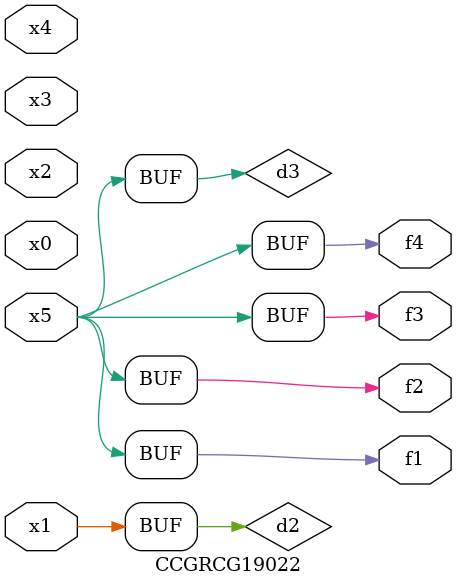
<source format=v>
module CCGRCG19022(
	input x0, x1, x2, x3, x4, x5,
	output f1, f2, f3, f4
);

	wire d1, d2, d3;

	not (d1, x5);
	or (d2, x1);
	xnor (d3, d1);
	assign f1 = d3;
	assign f2 = d3;
	assign f3 = d3;
	assign f4 = d3;
endmodule

</source>
